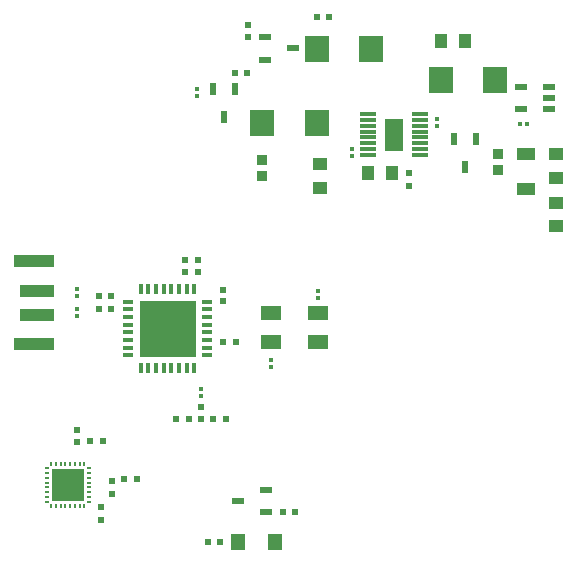
<source format=gtp>
G04 Layer_Color=8421504*
%FSLAX43Y43*%
%MOMM*%
G71*
G01*
G75*
%ADD10R,3.000X1.120*%
%ADD11R,3.500X1.120*%
%ADD12R,1.250X1.000*%
%ADD13R,1.600X1.000*%
%ADD14R,0.850X0.850*%
%ADD15R,1.000X1.250*%
%ADD16R,0.600X1.000*%
%ADD17R,0.300X0.300*%
%ADD18R,2.000X2.300*%
%ADD19R,0.600X0.600*%
%ADD20R,0.600X0.600*%
%ADD21R,1.000X0.600*%
%ADD22R,1.600X2.800*%
%ADD23R,1.400X0.300*%
%ADD24R,1.200X1.400*%
%ADD25R,4.700X4.700*%
%ADD26R,0.300X0.950*%
%ADD27R,0.950X0.300*%
%ADD28R,1.800X1.200*%
%ADD29R,2.800X2.800*%
%ADD30O,0.400X0.200*%
%ADD31O,0.200X0.400*%
%ADD32R,0.300X0.300*%
D10*
X4250Y24400D02*
D03*
Y26400D02*
D03*
D11*
X4000Y21900D02*
D03*
Y28900D02*
D03*
D12*
X48150Y35975D02*
D03*
Y37975D02*
D03*
X48125Y31875D02*
D03*
Y33875D02*
D03*
X28200Y35125D02*
D03*
Y37125D02*
D03*
D13*
X45600Y38000D02*
D03*
Y35000D02*
D03*
D14*
X43275Y36625D02*
D03*
Y38025D02*
D03*
X23300Y36100D02*
D03*
Y37500D02*
D03*
D15*
X40425Y47550D02*
D03*
X38425D02*
D03*
X34250Y36350D02*
D03*
X32250D02*
D03*
D16*
X40475Y36875D02*
D03*
X39525Y39275D02*
D03*
X41425D02*
D03*
X20050Y41100D02*
D03*
X19100Y43500D02*
D03*
X21000D02*
D03*
D17*
X38075Y40400D02*
D03*
Y41000D02*
D03*
X30850Y38400D02*
D03*
Y37800D02*
D03*
X17800Y42900D02*
D03*
Y43500D02*
D03*
X7625Y26000D02*
D03*
Y26600D02*
D03*
Y24850D02*
D03*
Y24250D02*
D03*
X18100Y17525D02*
D03*
Y18125D02*
D03*
X24025Y20575D02*
D03*
Y19975D02*
D03*
X28025Y25775D02*
D03*
Y26375D02*
D03*
D18*
X38425Y44300D02*
D03*
X43025D02*
D03*
X27900Y46900D02*
D03*
X32500D02*
D03*
X23300Y40600D02*
D03*
X27900D02*
D03*
D19*
X27900Y49600D02*
D03*
X28900D02*
D03*
X22000Y44900D02*
D03*
X21000D02*
D03*
X18675Y5125D02*
D03*
X19675D02*
D03*
X25050Y7675D02*
D03*
X26050D02*
D03*
X10500Y24850D02*
D03*
X9500D02*
D03*
X10500Y26000D02*
D03*
X9500D02*
D03*
X15950Y15550D02*
D03*
X17050D02*
D03*
X20250D02*
D03*
X19150D02*
D03*
X19950Y22050D02*
D03*
X21050D02*
D03*
X9800Y13675D02*
D03*
X8700D02*
D03*
X12725Y10475D02*
D03*
X11625D02*
D03*
D20*
X22100Y48900D02*
D03*
Y47900D02*
D03*
X35750Y36350D02*
D03*
Y35250D02*
D03*
X16725Y28000D02*
D03*
Y29000D02*
D03*
X17825Y28000D02*
D03*
Y29000D02*
D03*
X18100Y15550D02*
D03*
Y16550D02*
D03*
X19950Y26525D02*
D03*
Y25525D02*
D03*
X7625Y13575D02*
D03*
Y14675D02*
D03*
X10600Y10300D02*
D03*
Y9200D02*
D03*
X9675Y7025D02*
D03*
Y8125D02*
D03*
D21*
X25900Y46950D02*
D03*
X23500Y46000D02*
D03*
Y47900D02*
D03*
X45175Y41800D02*
D03*
Y43700D02*
D03*
X47575D02*
D03*
Y42750D02*
D03*
Y41800D02*
D03*
X21225Y8625D02*
D03*
X23625Y9575D02*
D03*
Y7675D02*
D03*
D22*
X34450Y39650D02*
D03*
D23*
X36650Y37900D02*
D03*
Y38400D02*
D03*
Y38900D02*
D03*
Y39400D02*
D03*
Y39900D02*
D03*
Y40400D02*
D03*
Y40900D02*
D03*
Y41400D02*
D03*
X32250Y37900D02*
D03*
Y38400D02*
D03*
Y38900D02*
D03*
Y39400D02*
D03*
Y39900D02*
D03*
Y40400D02*
D03*
Y40900D02*
D03*
Y41400D02*
D03*
D24*
X24350Y5125D02*
D03*
X21250D02*
D03*
D25*
X15275Y23225D02*
D03*
D26*
X17550Y19875D02*
D03*
X16900D02*
D03*
X16250D02*
D03*
X15600D02*
D03*
X14950D02*
D03*
X14300D02*
D03*
X13650D02*
D03*
X13000D02*
D03*
Y26575D02*
D03*
X13650D02*
D03*
X14300D02*
D03*
X14950D02*
D03*
X15600D02*
D03*
X16250D02*
D03*
X16900D02*
D03*
X17550D02*
D03*
D27*
X11925Y20950D02*
D03*
Y21600D02*
D03*
Y22250D02*
D03*
Y22900D02*
D03*
Y23550D02*
D03*
Y24200D02*
D03*
Y24850D02*
D03*
Y25500D02*
D03*
X18625D02*
D03*
Y24850D02*
D03*
Y24200D02*
D03*
Y23550D02*
D03*
Y22900D02*
D03*
Y22250D02*
D03*
Y21600D02*
D03*
Y20950D02*
D03*
D28*
X24025Y22100D02*
D03*
X28025D02*
D03*
Y24500D02*
D03*
X24025D02*
D03*
D29*
X6825Y9975D02*
D03*
D30*
X8625Y11375D02*
D03*
Y10975D02*
D03*
Y10575D02*
D03*
Y10175D02*
D03*
Y9775D02*
D03*
Y9375D02*
D03*
Y8975D02*
D03*
Y8575D02*
D03*
X5025D02*
D03*
Y8975D02*
D03*
Y9375D02*
D03*
Y9775D02*
D03*
Y10175D02*
D03*
Y10575D02*
D03*
Y10975D02*
D03*
Y11375D02*
D03*
D31*
X8225Y8175D02*
D03*
X7825D02*
D03*
X7425D02*
D03*
X7025D02*
D03*
X6625D02*
D03*
X6225D02*
D03*
X5825D02*
D03*
X5425D02*
D03*
Y11775D02*
D03*
X5825D02*
D03*
X6225D02*
D03*
X6625D02*
D03*
X7025D02*
D03*
X7425D02*
D03*
X7825D02*
D03*
X8225D02*
D03*
D32*
X45075Y40500D02*
D03*
X45675D02*
D03*
M02*

</source>
